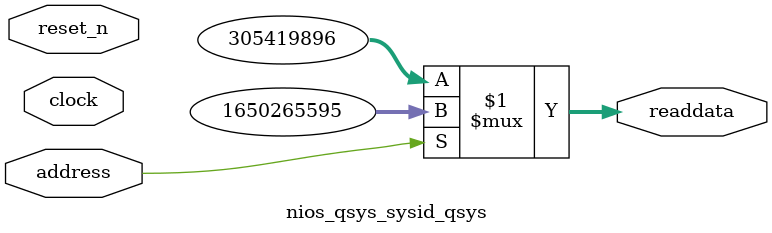
<source format=v>



// synthesis translate_off
`timescale 1ns / 1ps
// synthesis translate_on

// turn off superfluous verilog processor warnings 
// altera message_level Level1 
// altera message_off 10034 10035 10036 10037 10230 10240 10030 

module nios_qsys_sysid_qsys (
               // inputs:
                address,
                clock,
                reset_n,

               // outputs:
                readdata
             )
;

  output  [ 31: 0] readdata;
  input            address;
  input            clock;
  input            reset_n;

  wire    [ 31: 0] readdata;
  //control_slave, which is an e_avalon_slave
  assign readdata = address ? 1650265595 : 305419896;

endmodule



</source>
